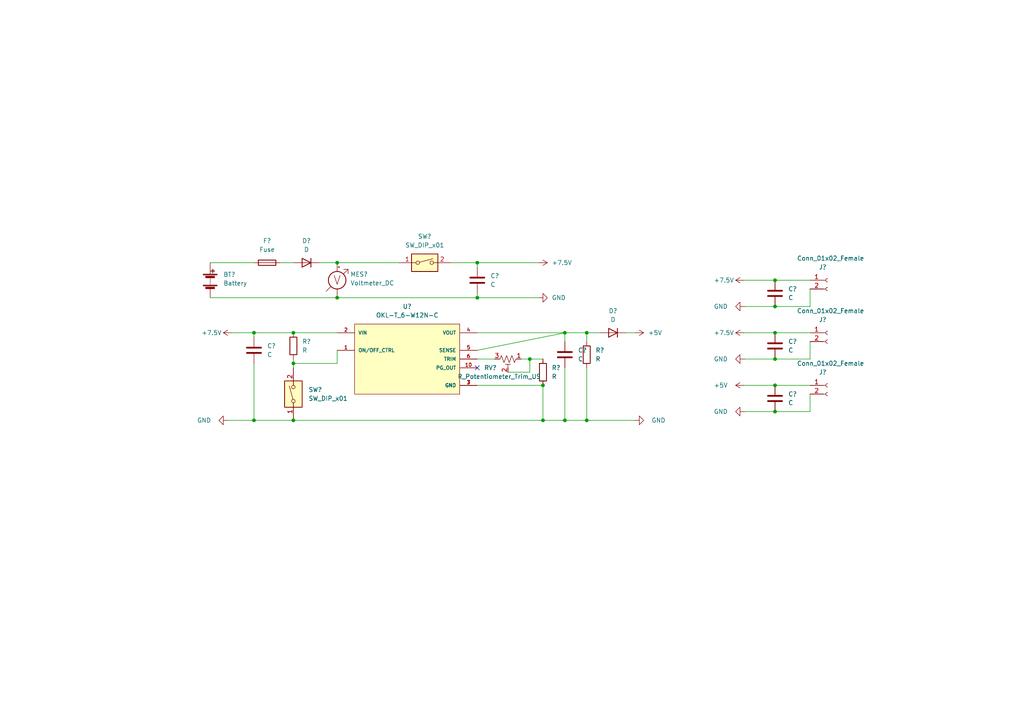
<source format=kicad_sch>
(kicad_sch (version 20211123) (generator eeschema)
  (paper "A4")
  (lib_symbols
    (symbol "Connector:Conn_01x02_Female" (pin_names (offset 1.016) hide)
      (property "Reference" "J" (at 0 2.54 0))
      (property "Value" "Conn_01x02_Female" (at 0 -5.08 0))
      (symbol "Conn_01x02_Female_1_1"
        (arc (start 0 -2.032) (mid -0.508 -2.54) (end 0 -3.048) (stroke (width 0.1524)))
        (polyline (pts (xy -1.27 -2.54) (xy -0.508 -2.54)) (stroke (width 0.1524)))
        (polyline (pts (xy -1.27 0) (xy -0.508 0)) (stroke (width 0.1524)))
        (arc (start 0 0.508) (mid -0.508 0) (end 0 -0.508) (stroke (width 0.1524)))
        (pin passive line (at -5.08 0 0) (length 3.81) (name "Pin_1") (number "1"))
        (pin passive line (at -5.08 -2.54 0) (length 3.81) (name "Pin_2") (number "2"))
      )
    )
    (symbol "Device:Battery" (pin_numbers hide) (pin_names (offset 0) hide)
      (property "Reference" "BT" (at 2.54 2.54 0))
      (property "Value" "Battery" (at 2.54 0 0))
      (symbol "Battery_0_1"
        (rectangle (start -2.032 -1.397) (end 2.032 -1.651) (fill (type outline)))
        (rectangle (start -2.032 1.778) (end 2.032 1.524) (fill (type outline)))
        (rectangle (start -1.3208 -1.9812) (end 1.27 -2.4892) (fill (type outline)))
        (rectangle (start -1.3208 1.1938) (end 1.27 0.6858) (fill (type outline)))
        (polyline (pts (xy 0 -1.524) (xy 0 -1.27)))
        (polyline (pts (xy 0 -1.016) (xy 0 -0.762)))
        (polyline (pts (xy 0 -0.508) (xy 0 -0.254)))
        (polyline (pts (xy 0 0) (xy 0 0.254)))
        (polyline (pts (xy 0 0.508) (xy 0 0.762)))
        (polyline (pts (xy 0 1.778) (xy 0 2.54)))
        (polyline (pts (xy 0.254 2.667) (xy 1.27 2.667)) (stroke (width 0.254)))
        (polyline (pts (xy 0.762 3.175) (xy 0.762 2.159)) (stroke (width 0.254)))
      )
      (symbol "Battery_1_1"
        (pin passive line (at 0 5.08 270) (length 2.54) (name "+") (number "1"))
        (pin passive line (at 0 -5.08 90) (length 2.54) (name "-") (number "2"))
      )
    )
    (symbol "Device:C" (pin_numbers hide) (pin_names (offset 0.254))
      (property "Reference" "C" (at 0.635 2.54 0))
      (property "Value" "C" (at 0.635 -2.54 0))
      (symbol "C_0_1"
        (polyline (pts (xy -2.032 -0.762) (xy 2.032 -0.762)) (stroke (width 0.508)))
        (polyline (pts (xy -2.032 0.762) (xy 2.032 0.762)) (stroke (width 0.508)))
      )
      (symbol "C_1_1"
        (pin passive line (at 0 3.81 270) (length 2.794) (name "~") (number "1"))
        (pin passive line (at 0 -3.81 90) (length 2.794) (name "~") (number "2"))
      )
    )
    (symbol "Device:D" (pin_numbers hide) (pin_names (offset 1.016) hide)
      (property "Reference" "D" (at 0 2.54 0))
      (property "Value" "D" (at 0 -2.54 0))
      (symbol "D_0_1"
        (polyline (pts (xy -1.27 1.27) (xy -1.27 -1.27)) (stroke (width 0.254)))
        (polyline (pts (xy 1.27 0) (xy -1.27 0)))
        (polyline (pts (xy 1.27 1.27) (xy 1.27 -1.27) (xy -1.27 0) (xy 1.27 1.27)) (stroke (width 0.254)))
      )
      (symbol "D_1_1"
        (pin passive line (at -3.81 0 0) (length 2.54) (name "K") (number "1"))
        (pin passive line (at 3.81 0 180) (length 2.54) (name "A") (number "2"))
      )
    )
    (symbol "Device:Fuse" (pin_numbers hide) (pin_names (offset 0))
      (property "Reference" "F" (at 2.032 0 90))
      (property "Value" "Fuse" (at -1.905 0 90))
      (symbol "Fuse_0_1"
        (rectangle (start -0.762 -2.54) (end 0.762 2.54) (stroke (width 0.254)))
        (polyline (pts (xy 0 2.54) (xy 0 -2.54)))
      )
      (symbol "Fuse_1_1"
        (pin passive line (at 0 3.81 270) (length 1.27) (name "~") (number "1"))
        (pin passive line (at 0 -3.81 90) (length 1.27) (name "~") (number "2"))
      )
    )
    (symbol "Device:R" (pin_numbers hide) (pin_names (offset 0))
      (property "Reference" "R" (at 2.032 0 90))
      (property "Value" "R" (at 0 0 90))
      (symbol "R_0_1"
        (rectangle (start -1.016 -2.54) (end 1.016 2.54) (stroke (width 0.254)))
      )
      (symbol "R_1_1"
        (pin passive line (at 0 3.81 270) (length 1.27) (name "~") (number "1"))
        (pin passive line (at 0 -3.81 90) (length 1.27) (name "~") (number "2"))
      )
    )
    (symbol "Device:R_Potentiometer_Trim_US" (pin_names (offset 1.016) hide)
      (property "Reference" "RV" (at -4.445 0 90))
      (property "Value" "R_Potentiometer_Trim_US" (at -2.54 0 90))
      (symbol "R_Potentiometer_Trim_US_0_1"
        (polyline (pts (xy 0 -2.286) (xy 0 -2.54)))
        (polyline (pts (xy 0 2.286) (xy 0 2.54)))
        (polyline (pts (xy 1.524 0.762) (xy 1.524 -0.762)))
        (polyline (pts (xy 2.54 0) (xy 1.524 0)))
        (polyline (pts (xy 0 -0.762) (xy 1.016 -1.143) (xy 0 -1.524) (xy -1.016 -1.905) (xy 0 -2.286)))
        (polyline (pts (xy 0 0.762) (xy 1.016 0.381) (xy 0 0) (xy -1.016 -0.381) (xy 0 -0.762)))
        (polyline (pts (xy 0 2.286) (xy 1.016 1.905) (xy 0 1.524) (xy -1.016 1.143) (xy 0 0.762)))
      )
      (symbol "R_Potentiometer_Trim_US_1_1"
        (pin passive line (at 0 3.81 270) (length 1.27) (name "1") (number "1"))
        (pin passive line (at 3.81 0 180) (length 1.27) (name "2") (number "2"))
        (pin passive line (at 0 -3.81 90) (length 1.27) (name "3") (number "3"))
      )
    )
    (symbol "Device:Voltmeter_DC" (pin_numbers hide) (pin_names (offset 0.0254) hide)
      (property "Reference" "MES" (at -3.302 1.016 0))
      (property "Value" "Voltmeter_DC" (at -3.302 -0.762 0))
      (symbol "Voltmeter_DC_0_0"
        (polyline (pts (xy -3.175 -3.175) (xy -1.905 -1.905)))
        (polyline (pts (xy 1.905 1.905) (xy 3.175 3.175)))
        (polyline (pts (xy 1.905 3.175) (xy 3.175 3.175) (xy 3.175 1.905)))
        (text "V" (at 0 0 0) (effects (font (size 2.54 2.54))))
      )
      (symbol "Voltmeter_DC_0_1"
        (polyline (pts (xy 0.254 3.81) (xy 0.762 3.81)))
        (polyline (pts (xy 0.508 4.064) (xy 0.508 3.556)))
        (circle (center 0 0) (radius 2.54) (stroke (width 0.254)))
      )
      (symbol "Voltmeter_DC_1_1"
        (pin passive line (at 0 -5.08 90) (length 2.54) (name "-") (number "1"))
        (pin passive line (at 0 5.08 270) (length 2.54) (name "+") (number "2"))
      )
    )
    (symbol "OKL-T_6-W12N-C:OKL-T_6-W12N-C" (pin_names (offset 1.016))
      (property "Reference" "U" (at -15.24 10.922 0))
      (property "Value" "OKL-T_6-W12N-C" (at -15.24 -12.7 0))
      (symbol "OKL-T_6-W12N-C_0_0"
        (rectangle (start -15.24 -10.16) (end 15.24 10.16) (stroke (width 0.1524)) (fill (type background)))
        (pin input line (at -20.32 2.54 0) (length 5.08) (name "ON/OFF_CTRL") (number "1"))
        (pin output line (at 20.32 -2.54 180) (length 5.08) (name "PG_OUT") (number "10"))
        (pin input line (at -20.32 7.62 0) (length 5.08) (name "VIN") (number "2"))
        (pin power_in line (at 20.32 -7.62 180) (length 5.08) (name "GND") (number "3"))
        (pin output line (at 20.32 7.62 180) (length 5.08) (name "VOUT") (number "4"))
        (pin input line (at 20.32 2.54 180) (length 5.08) (name "SENSE") (number "5"))
        (pin input line (at 20.32 0 180) (length 5.08) (name "TRIM") (number "6"))
        (pin power_in line (at 20.32 -7.62 180) (length 5.08) (name "GND") (number "7"))
      )
    )
    (symbol "Switch:SW_DIP_x01" (pin_names (offset 0) hide)
      (property "Reference" "SW" (at 0 3.81 0))
      (property "Value" "SW_DIP_x01" (at 0 -3.81 0))
      (symbol "SW_DIP_x01_0_0"
        (circle (center -2.032 0) (radius 0.508))
        (polyline (pts (xy -1.524 0.127) (xy 2.3622 1.1684)))
        (circle (center 2.032 0) (radius 0.508))
      )
      (symbol "SW_DIP_x01_0_1"
        (rectangle (start -3.81 2.54) (end 3.81 -2.54) (stroke (width 0.254)) (fill (type background)))
      )
      (symbol "SW_DIP_x01_1_1"
        (pin passive line (at -7.62 0 0) (length 5.08) (name "~") (number "1"))
        (pin passive line (at 7.62 0 180) (length 5.08) (name "~") (number "2"))
      )
    )
    (symbol "power:+5V" (power) (pin_names (offset 0))
      (property "Value" "+5V" (at 0 3.556 0))
      (symbol "+5V_0_1"
        (polyline (pts (xy -0.762 1.27) (xy 0 2.54)))
        (polyline (pts (xy 0 0) (xy 0 2.54)))
        (polyline (pts (xy 0 2.54) (xy 0.762 1.27)))
      )
      (symbol "+5V_1_1"
        (pin power_in line (at 0 0 90) (length 0) hide (name "+5V") (number "1"))
      )
    )
    (symbol "power:+7.5V" (power) (pin_names (offset 0))
      (property "Value" "+7.5V" (at 0 3.556 0))
      (symbol "+7.5V_0_1"
        (polyline (pts (xy -0.762 1.27) (xy 0 2.54)))
        (polyline (pts (xy 0 0) (xy 0 2.54)))
        (polyline (pts (xy 0 2.54) (xy 0.762 1.27)))
      )
      (symbol "+7.5V_1_1"
        (pin power_in line (at 0 0 90) (length 0) hide (name "+7.5V") (number "1"))
      )
    )
    (symbol "power:GND" (power) (pin_names (offset 0))
      (property "Value" "GND" (at 0 -3.81 0))
      (symbol "GND_0_1"
        (polyline (pts (xy 0 0) (xy 0 -1.27) (xy 1.27 -1.27) (xy 0 -2.54) (xy -1.27 -1.27) (xy 0 -1.27)))
      )
      (symbol "GND_1_1"
        (pin power_in line (at 0 0 270) (length 0) hide (name "GND") (number "1"))
      )
    )
  )
  (junction (at 163.83 121.92))
  (junction (at 170.18 121.92))
  (junction (at 97.79 76.2))
  (junction (at 224.79 119.38))
  (junction (at 224.79 88.9))
  (junction (at 224.79 104.14))
  (junction (at 73.66 121.92))
  (junction (at 163.83 96.52))
  (junction (at 157.48 121.92))
  (junction (at 85.09 96.52))
  (junction (at 73.66 96.52))
  (junction (at 85.09 105.41))
  (junction (at 157.48 111.76))
  (junction (at 170.18 96.52))
  (junction (at 85.09 121.92))
  (junction (at 153.67 104.14))
  (junction (at 138.43 86.36))
  (junction (at 224.79 96.52))
  (junction (at 224.79 81.28))
  (junction (at 224.79 111.76))
  (junction (at 97.79 86.36))
  (junction (at 138.43 76.2))
  (no_connect (at 138.43 106.68))
  (wire (pts (xy 97.79 86.36) (xy 138.43 86.36)))
  (wire (pts (xy 97.79 76.2) (xy 115.57 76.2)))
  (wire (pts (xy 67.31 96.52) (xy 73.66 96.52)))
  (wire (pts (xy 163.83 106.68) (xy 163.83 121.92)))
  (wire (pts (xy 153.67 107.95) (xy 153.67 104.14)))
  (wire (pts (xy 157.48 111.76) (xy 157.48 121.92)))
  (wire (pts (xy 138.43 86.36) (xy 156.21 86.36)))
  (wire (pts (xy 138.43 104.14) (xy 143.51 104.14)))
  (wire (pts (xy 97.79 105.41) (xy 97.79 101.6)))
  (wire (pts (xy 215.9 96.52) (xy 224.79 96.52)))
  (wire (pts (xy 60.96 86.36) (xy 97.79 86.36)))
  (wire (pts (xy 153.67 104.14) (xy 157.48 104.14)))
  (wire (pts (xy 163.83 96.52) (xy 170.18 96.52)))
  (wire (pts (xy 215.9 88.9) (xy 224.79 88.9)))
  (wire (pts (xy 138.43 111.76) (xy 157.48 111.76)))
  (wire (pts (xy 224.79 104.14) (xy 234.95 104.14)))
  (wire (pts (xy 224.79 81.28) (xy 234.95 81.28)))
  (wire (pts (xy 157.48 121.92) (xy 163.83 121.92)))
  (wire (pts (xy 170.18 96.52) (xy 173.99 96.52)))
  (wire (pts (xy 92.71 76.2) (xy 97.79 76.2)))
  (wire (pts (xy 234.95 104.14) (xy 234.95 99.06)))
  (wire (pts (xy 147.32 107.95) (xy 153.67 107.95)))
  (wire (pts (xy 224.79 111.76) (xy 234.95 111.76)))
  (wire (pts (xy 234.95 88.9) (xy 234.95 83.82)))
  (wire (pts (xy 163.83 99.06) (xy 163.83 96.52)))
  (wire (pts (xy 85.09 104.14) (xy 85.09 105.41)))
  (wire (pts (xy 181.61 96.52) (xy 184.15 96.52)))
  (wire (pts (xy 234.95 119.38) (xy 234.95 114.3)))
  (wire (pts (xy 224.79 96.52) (xy 234.95 96.52)))
  (wire (pts (xy 130.81 76.2) (xy 138.43 76.2)))
  (wire (pts (xy 85.09 121.92) (xy 157.48 121.92)))
  (wire (pts (xy 215.9 104.14) (xy 224.79 104.14)))
  (wire (pts (xy 170.18 96.52) (xy 170.18 99.06)))
  (wire (pts (xy 138.43 85.09) (xy 138.43 86.36)))
  (wire (pts (xy 151.13 104.14) (xy 153.67 104.14)))
  (wire (pts (xy 170.18 106.68) (xy 170.18 121.92)))
  (wire (pts (xy 73.66 105.41) (xy 73.66 121.92)))
  (wire (pts (xy 215.9 119.38) (xy 224.79 119.38)))
  (wire (pts (xy 138.43 76.2) (xy 156.21 76.2)))
  (wire (pts (xy 85.09 96.52) (xy 97.79 96.52)))
  (wire (pts (xy 224.79 88.9) (xy 234.95 88.9)))
  (wire (pts (xy 215.9 81.28) (xy 224.79 81.28)))
  (wire (pts (xy 85.09 105.41) (xy 85.09 106.68)))
  (wire (pts (xy 170.18 121.92) (xy 184.15 121.92)))
  (wire (pts (xy 81.28 76.2) (xy 85.09 76.2)))
  (wire (pts (xy 138.43 96.52) (xy 163.83 96.52)))
  (wire (pts (xy 138.43 77.47) (xy 138.43 76.2)))
  (wire (pts (xy 85.09 105.41) (xy 97.79 105.41)))
  (wire (pts (xy 73.66 96.52) (xy 85.09 96.52)))
  (wire (pts (xy 66.04 121.92) (xy 73.66 121.92)))
  (wire (pts (xy 215.9 111.76) (xy 224.79 111.76)))
  (wire (pts (xy 73.66 121.92) (xy 85.09 121.92)))
  (wire (pts (xy 163.83 121.92) (xy 170.18 121.92)))
  (wire (pts (xy 224.79 119.38) (xy 234.95 119.38)))
  (wire (pts (xy 60.96 76.2) (xy 73.66 76.2)))
  (wire (pts (xy 138.43 101.6) (xy 163.83 96.52)))
  (wire (pts (xy 73.66 97.79) (xy 73.66 96.52)))
  (symbol (lib_id "Device:Battery") (at 60.96 81.28 0) (unit 1)
    (property "Reference" "BT?" (at 64.77 79.6289 0) (effects (justify left)))
    (property "Value" "Battery" (at 64.77 82.1689 0) (effects (justify left)))
  )
  (symbol (lib_id "Device:Fuse") (at 77.47 76.2 90) (unit 1)
    (property "Reference" "F?" (at 77.47 69.85 90))
    (property "Value" "Fuse" (at 77.47 72.39 90))
  )
  (symbol (lib_id "power:+5V") (at 215.9 111.76 90) (unit 1)
    (property "Reference" "#PWR0108" (effects hide))
    (property "Value" "+5V" (at 207.01 111.76 90) (effects (justify right)))
  )
  (symbol (lib_id "power:+7.5V") (at 67.31 96.52 90) (unit 1)
    (property "Reference" "#PWR0102" (effects hide))
    (property "Value" "+7.5V" (at 58.42 96.52 90) (effects (justify right)))
  )
  (symbol (lib_id "Device:C") (at 224.79 100.33 0) (unit 1)
    (property "Reference" "C?" (at 228.6 99.0599 0) (effects (justify left)))
    (property "Value" "C" (at 228.6 101.5999 0) (effects (justify left)))
  )
  (symbol (lib_id "Device:C") (at 138.43 81.28 0) (unit 1)
    (property "Reference" "C?" (at 142.24 80.0099 0) (effects (justify left)))
    (property "Value" "C" (at 142.24 82.5499 0) (effects (justify left)))
  )
  (symbol (lib_id "Device:R") (at 170.18 102.87 0) (unit 1)
    (property "Reference" "R?" (at 172.72 101.5999 0) (effects (justify left)))
    (property "Value" "R" (at 172.72 104.1399 0) (effects (justify left)))
  )
  (symbol (lib_id "Device:C") (at 163.83 102.87 0) (unit 1)
    (property "Reference" "C?" (at 167.64 101.5999 0) (effects (justify left)))
    (property "Value" "C" (at 167.64 104.1399 0) (effects (justify left)))
  )
  (symbol (lib_id "Device:Voltmeter_DC") (at 97.79 81.28 0) (unit 1)
    (property "Reference" "MES?" (at 101.6 79.5654 0) (effects (justify left)))
    (property "Value" "Voltmeter_DC" (at 101.6 82.1054 0) (effects (justify left)))
  )
  (symbol (lib_id "Switch:SW_DIP_x01") (at 123.19 76.2 0) (unit 1)
    (property "Reference" "SW?" (at 123.19 68.58 0))
    (property "Value" "SW_DIP_x01" (at 123.19 71.12 0))
  )
  (symbol (lib_id "Device:C") (at 224.79 115.57 0) (unit 1)
    (property "Reference" "C?" (at 228.6 114.2999 0) (effects (justify left)))
    (property "Value" "C" (at 228.6 116.8399 0) (effects (justify left)))
  )
  (symbol (lib_id "Device:D") (at 177.8 96.52 180) (unit 1)
    (property "Reference" "D?" (at 177.8 90.17 0))
    (property "Value" "D" (at 177.8 92.71 0))
  )
  (symbol (lib_id "Connector:Conn_01x02_Female") (at 240.03 96.52 0) (unit 1)
    (property "Reference" "J?" (at 237.49 92.71 0) (effects (justify left)))
    (property "Value" "Conn_01x02_Female" (at 231.14 90.17 0) (effects (justify left)))
  )
  (symbol (lib_id "power:+7.5V") (at 215.9 96.52 90) (unit 1)
    (property "Reference" "#PWR0107" (effects hide))
    (property "Value" "+7.5V" (at 207.01 96.52 90) (effects (justify right)))
  )
  (symbol (lib_id "power:GND") (at 184.15 121.92 90) (unit 1)
    (property "Reference" "#PWR0103" (effects hide))
    (property "Value" "GND" (at 193.04 121.92 90) (effects (justify left)))
  )
  (symbol (lib_id "power:GND") (at 215.9 119.38 270) (unit 1)
    (property "Reference" "#PWR0110" (effects hide))
    (property "Value" "GND" (at 207.01 119.38 90) (effects (justify left)))
  )
  (symbol (lib_id "Switch:SW_DIP_x01") (at 85.09 114.3 90) (unit 1)
    (property "Reference" "SW?" (at 89.4594 113.0299 90) (effects (justify right)))
    (property "Value" "SW_DIP_x01" (at 89.4594 115.5699 90) (effects (justify right)))
  )
  (symbol (lib_id "power:+7.5V") (at 215.9 81.28 90) (unit 1)
    (property "Reference" "#PWR0112" (effects hide))
    (property "Value" "+7.5V" (at 207.01 81.28 90) (effects (justify right)))
  )
  (symbol (lib_id "Device:R") (at 157.48 107.95 0) (unit 1)
    (property "Reference" "R?" (at 160.02 106.6799 0) (effects (justify left)))
    (property "Value" "R" (at 160.02 109.2199 0) (effects (justify left)))
  )
  (symbol (lib_id "power:+7.5V") (at 156.21 76.2 270) (unit 1)
    (property "Reference" "#PWR0105" (effects hide))
    (property "Value" "+7.5V" (at 160.02 76.1999 90) (effects (justify left)))
  )
  (symbol (lib_id "Connector:Conn_01x02_Female") (at 240.03 81.28 0) (unit 1)
    (property "Reference" "J?" (at 237.49 77.47 0) (effects (justify left)))
    (property "Value" "Conn_01x02_Female" (at 231.14 74.93 0) (effects (justify left)))
  )
  (symbol (lib_id "Device:R_Potentiometer_Trim_US") (at 147.32 104.14 270) (unit 1)
    (property "Reference" "RV?" (at 142.24 106.68 90))
    (property "Value" "R_Potentiometer_Trim_US" (at 144.78 109.22 90))
  )
  (symbol (lib_id "Device:D") (at 88.9 76.2 180) (unit 1)
    (property "Reference" "D?" (at 88.9 69.85 0))
    (property "Value" "D" (at 88.9 72.39 0))
  )
  (symbol (lib_id "power:GND") (at 66.04 121.92 270) (unit 1)
    (property "Reference" "#PWR0101" (effects hide))
    (property "Value" "GND" (at 57.15 121.92 90) (effects (justify left)))
  )
  (symbol (lib_id "power:GND") (at 156.21 86.36 90) (unit 1)
    (property "Reference" "#PWR0106" (effects hide))
    (property "Value" "GND" (at 160.02 86.3599 90) (effects (justify right)))
  )
  (symbol (lib_id "Device:R") (at 85.09 100.33 0) (unit 1)
    (property "Reference" "R?" (at 87.63 99.0599 0) (effects (justify left)))
    (property "Value" "R" (at 87.63 101.5999 0) (effects (justify left)))
  )
  (symbol (lib_id "power:GND") (at 215.9 104.14 270) (unit 1)
    (property "Reference" "#PWR0109" (effects hide))
    (property "Value" "GND" (at 207.01 104.14 90) (effects (justify left)))
  )
  (symbol (lib_id "OKL-T_6-W12N-C:OKL-T_6-W12N-C") (at 118.11 104.14 0) (unit 1)
    (property "Reference" "U?" (at 118.11 88.9 0))
    (property "Value" "OKL-T_6-W12N-C" (at 118.11 91.44 0))
    (property "Footprint" "CONV_OKL-T/6-W12N-C" (effects hide))
  )
  (symbol (lib_id "power:+5V") (at 184.15 96.52 270) (unit 1)
    (property "Reference" "#PWR0104" (effects hide))
    (property "Value" "+5V" (at 187.96 96.5199 90) (effects (justify left)))
  )
  (symbol (lib_id "Device:C") (at 224.79 85.09 0) (unit 1)
    (property "Reference" "C?" (at 228.6 83.8199 0) (effects (justify left)))
    (property "Value" "C" (at 228.6 86.3599 0) (effects (justify left)))
  )
  (symbol (lib_id "Device:C") (at 73.66 101.6 0) (unit 1)
    (property "Reference" "C?" (at 77.47 100.3299 0) (effects (justify left)))
    (property "Value" "C" (at 77.47 102.8699 0) (effects (justify left)))
  )
  (symbol (lib_id "power:GND") (at 215.9 88.9 270) (unit 1)
    (property "Reference" "#PWR0111" (effects hide))
    (property "Value" "GND" (at 207.01 88.9 90) (effects (justify left)))
  )
  (symbol (lib_id "Connector:Conn_01x02_Female") (at 240.03 111.76 0) (unit 1)
    (property "Reference" "J?" (at 237.49 107.95 0) (effects (justify left)))
    (property "Value" "Conn_01x02_Female" (at 231.14 105.41 0) (effects (justify left)))
  )
)
</source>
